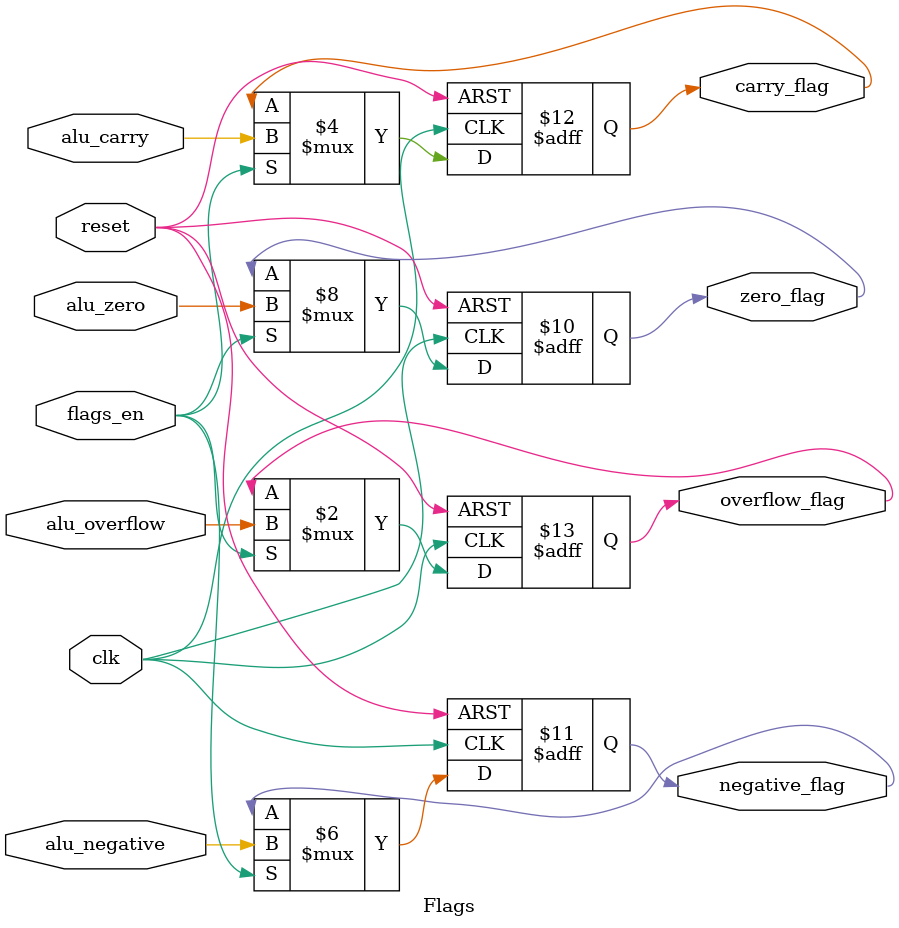
<source format=v>
module Flags (
    input wire clk,
    input wire reset,
    input wire flags_en,
    input wire alu_zero,
    input wire alu_negative,
    input wire alu_carry,
    input wire alu_overflow,
    output reg zero_flag,
    output reg negative_flag,
    output reg carry_flag,
    output reg overflow_flag
);
    
    always @(posedge clk or posedge reset) begin
        if (reset) begin
            zero_flag <= 1'b0;
            negative_flag <= 1'b0;
            carry_flag <= 1'b0;
            overflow_flag <= 1'b0;
        end else if (flags_en) begin
            zero_flag <= alu_zero;
            negative_flag <= alu_negative;
            carry_flag <= alu_carry;
            overflow_flag <= alu_overflow;
        end
    end
    
endmodule

</source>
